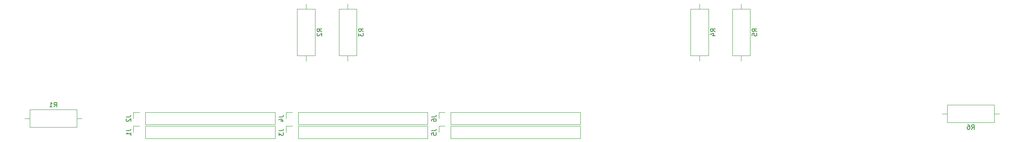
<source format=gbr>
%TF.GenerationSoftware,KiCad,Pcbnew,(5.1.5-131-g305ed0b65)-1*%
%TF.CreationDate,2020-07-18T18:45:46+08:00*%
%TF.ProjectId,IN-18,494e2d31-382e-46b6-9963-61645f706362,rev?*%
%TF.SameCoordinates,Original*%
%TF.FileFunction,Legend,Bot*%
%TF.FilePolarity,Positive*%
%FSLAX46Y46*%
G04 Gerber Fmt 4.6, Leading zero omitted, Abs format (unit mm)*
G04 Created by KiCad (PCBNEW (5.1.5-131-g305ed0b65)-1) date 2020-07-18 18:45:46*
%MOMM*%
%LPD*%
G01*
G04 APERTURE LIST*
%ADD10C,0.120000*%
%ADD11C,0.150000*%
G04 APERTURE END LIST*
D10*
%TO.C,J1*%
X27670000Y-76670000D02*
X27670000Y-78000000D01*
X29000000Y-76670000D02*
X27670000Y-76670000D01*
X30270000Y-76670000D02*
X30270000Y-79330000D01*
X30270000Y-79330000D02*
X58270000Y-79330000D01*
X30270000Y-76670000D02*
X58270000Y-76670000D01*
X58270000Y-76670000D02*
X58270000Y-79330000D01*
%TO.C,J2*%
X27670000Y-73670000D02*
X27670000Y-75000000D01*
X29000000Y-73670000D02*
X27670000Y-73670000D01*
X30270000Y-73670000D02*
X30270000Y-76330000D01*
X30270000Y-76330000D02*
X58270000Y-76330000D01*
X30270000Y-73670000D02*
X58270000Y-73670000D01*
X58270000Y-73670000D02*
X58270000Y-76330000D01*
%TO.C,J3*%
X60670000Y-76670000D02*
X60670000Y-78000000D01*
X62000000Y-76670000D02*
X60670000Y-76670000D01*
X63270000Y-76670000D02*
X63270000Y-79330000D01*
X63270000Y-79330000D02*
X91270000Y-79330000D01*
X63270000Y-76670000D02*
X91270000Y-76670000D01*
X91270000Y-76670000D02*
X91270000Y-79330000D01*
%TO.C,J4*%
X91270000Y-73670000D02*
X91270000Y-76330000D01*
X63270000Y-73670000D02*
X91270000Y-73670000D01*
X63270000Y-76330000D02*
X91270000Y-76330000D01*
X63270000Y-73670000D02*
X63270000Y-76330000D01*
X62000000Y-73670000D02*
X60670000Y-73670000D01*
X60670000Y-73670000D02*
X60670000Y-75000000D01*
%TO.C,J5*%
X124270000Y-76670000D02*
X124270000Y-79330000D01*
X96270000Y-76670000D02*
X124270000Y-76670000D01*
X96270000Y-79330000D02*
X124270000Y-79330000D01*
X96270000Y-76670000D02*
X96270000Y-79330000D01*
X95000000Y-76670000D02*
X93670000Y-76670000D01*
X93670000Y-76670000D02*
X93670000Y-78000000D01*
%TO.C,J6*%
X124270000Y-73670000D02*
X124270000Y-76330000D01*
X96270000Y-73670000D02*
X124270000Y-73670000D01*
X96270000Y-76330000D02*
X124270000Y-76330000D01*
X96270000Y-73670000D02*
X96270000Y-76330000D01*
X95000000Y-73670000D02*
X93670000Y-73670000D01*
X93670000Y-73670000D02*
X93670000Y-75000000D01*
%TO.C,R1*%
X15450000Y-73080000D02*
X15450000Y-76920000D01*
X15450000Y-76920000D02*
X5310000Y-76920000D01*
X5310000Y-76920000D02*
X5310000Y-73080000D01*
X5310000Y-73080000D02*
X15450000Y-73080000D01*
X16560000Y-75000000D02*
X15450000Y-75000000D01*
X4200000Y-75000000D02*
X5310000Y-75000000D01*
%TO.C,R2*%
X66920000Y-61450000D02*
X63080000Y-61450000D01*
X63080000Y-61450000D02*
X63080000Y-51310000D01*
X63080000Y-51310000D02*
X66920000Y-51310000D01*
X66920000Y-51310000D02*
X66920000Y-61450000D01*
X65000000Y-62560000D02*
X65000000Y-61450000D01*
X65000000Y-50200000D02*
X65000000Y-51310000D01*
%TO.C,R3*%
X75920000Y-61450000D02*
X72080000Y-61450000D01*
X72080000Y-61450000D02*
X72080000Y-51310000D01*
X72080000Y-51310000D02*
X75920000Y-51310000D01*
X75920000Y-51310000D02*
X75920000Y-61450000D01*
X74000000Y-62560000D02*
X74000000Y-61450000D01*
X74000000Y-50200000D02*
X74000000Y-51310000D01*
%TO.C,R4*%
X150000000Y-50200000D02*
X150000000Y-51310000D01*
X150000000Y-62560000D02*
X150000000Y-61450000D01*
X151920000Y-51310000D02*
X151920000Y-61450000D01*
X148080000Y-51310000D02*
X151920000Y-51310000D01*
X148080000Y-61450000D02*
X148080000Y-51310000D01*
X151920000Y-61450000D02*
X148080000Y-61450000D01*
%TO.C,R5*%
X159000000Y-50200000D02*
X159000000Y-51310000D01*
X159000000Y-62560000D02*
X159000000Y-61450000D01*
X160920000Y-51310000D02*
X160920000Y-61450000D01*
X157080000Y-51310000D02*
X160920000Y-51310000D01*
X157080000Y-61450000D02*
X157080000Y-51310000D01*
X160920000Y-61450000D02*
X157080000Y-61450000D01*
%TO.C,R6*%
X214800000Y-74000000D02*
X213690000Y-74000000D01*
X202440000Y-74000000D02*
X203550000Y-74000000D01*
X213690000Y-75920000D02*
X203550000Y-75920000D01*
X213690000Y-72080000D02*
X213690000Y-75920000D01*
X203550000Y-72080000D02*
X213690000Y-72080000D01*
X203550000Y-75920000D02*
X203550000Y-72080000D01*
%TO.C,J1*%
D11*
X26122380Y-77666666D02*
X26836666Y-77666666D01*
X26979523Y-77619047D01*
X27074761Y-77523809D01*
X27122380Y-77380952D01*
X27122380Y-77285714D01*
X27122380Y-78666666D02*
X27122380Y-78095238D01*
X27122380Y-78380952D02*
X26122380Y-78380952D01*
X26265238Y-78285714D01*
X26360476Y-78190476D01*
X26408095Y-78095238D01*
%TO.C,J2*%
X26122380Y-74666666D02*
X26836666Y-74666666D01*
X26979523Y-74619047D01*
X27074761Y-74523809D01*
X27122380Y-74380952D01*
X27122380Y-74285714D01*
X26217619Y-75095238D02*
X26170000Y-75142857D01*
X26122380Y-75238095D01*
X26122380Y-75476190D01*
X26170000Y-75571428D01*
X26217619Y-75619047D01*
X26312857Y-75666666D01*
X26408095Y-75666666D01*
X26550952Y-75619047D01*
X27122380Y-75047619D01*
X27122380Y-75666666D01*
%TO.C,J3*%
X59122380Y-77666666D02*
X59836666Y-77666666D01*
X59979523Y-77619047D01*
X60074761Y-77523809D01*
X60122380Y-77380952D01*
X60122380Y-77285714D01*
X59122380Y-78047619D02*
X59122380Y-78666666D01*
X59503333Y-78333333D01*
X59503333Y-78476190D01*
X59550952Y-78571428D01*
X59598571Y-78619047D01*
X59693809Y-78666666D01*
X59931904Y-78666666D01*
X60027142Y-78619047D01*
X60074761Y-78571428D01*
X60122380Y-78476190D01*
X60122380Y-78190476D01*
X60074761Y-78095238D01*
X60027142Y-78047619D01*
%TO.C,J4*%
X59122380Y-74666666D02*
X59836666Y-74666666D01*
X59979523Y-74619047D01*
X60074761Y-74523809D01*
X60122380Y-74380952D01*
X60122380Y-74285714D01*
X59455714Y-75571428D02*
X60122380Y-75571428D01*
X59074761Y-75333333D02*
X59789047Y-75095238D01*
X59789047Y-75714285D01*
%TO.C,J5*%
X92122380Y-77666666D02*
X92836666Y-77666666D01*
X92979523Y-77619047D01*
X93074761Y-77523809D01*
X93122380Y-77380952D01*
X93122380Y-77285714D01*
X92122380Y-78619047D02*
X92122380Y-78142857D01*
X92598571Y-78095238D01*
X92550952Y-78142857D01*
X92503333Y-78238095D01*
X92503333Y-78476190D01*
X92550952Y-78571428D01*
X92598571Y-78619047D01*
X92693809Y-78666666D01*
X92931904Y-78666666D01*
X93027142Y-78619047D01*
X93074761Y-78571428D01*
X93122380Y-78476190D01*
X93122380Y-78238095D01*
X93074761Y-78142857D01*
X93027142Y-78095238D01*
%TO.C,J6*%
X92122380Y-74666666D02*
X92836666Y-74666666D01*
X92979523Y-74619047D01*
X93074761Y-74523809D01*
X93122380Y-74380952D01*
X93122380Y-74285714D01*
X92122380Y-75571428D02*
X92122380Y-75380952D01*
X92170000Y-75285714D01*
X92217619Y-75238095D01*
X92360476Y-75142857D01*
X92550952Y-75095238D01*
X92931904Y-75095238D01*
X93027142Y-75142857D01*
X93074761Y-75190476D01*
X93122380Y-75285714D01*
X93122380Y-75476190D01*
X93074761Y-75571428D01*
X93027142Y-75619047D01*
X92931904Y-75666666D01*
X92693809Y-75666666D01*
X92598571Y-75619047D01*
X92550952Y-75571428D01*
X92503333Y-75476190D01*
X92503333Y-75285714D01*
X92550952Y-75190476D01*
X92598571Y-75142857D01*
X92693809Y-75095238D01*
%TO.C,R1*%
X10546666Y-72532380D02*
X10880000Y-72056190D01*
X11118095Y-72532380D02*
X11118095Y-71532380D01*
X10737142Y-71532380D01*
X10641904Y-71580000D01*
X10594285Y-71627619D01*
X10546666Y-71722857D01*
X10546666Y-71865714D01*
X10594285Y-71960952D01*
X10641904Y-72008571D01*
X10737142Y-72056190D01*
X11118095Y-72056190D01*
X9594285Y-72532380D02*
X10165714Y-72532380D01*
X9880000Y-72532380D02*
X9880000Y-71532380D01*
X9975238Y-71675238D01*
X10070476Y-71770476D01*
X10165714Y-71818095D01*
%TO.C,R2*%
X68372380Y-56213333D02*
X67896190Y-55880000D01*
X68372380Y-55641904D02*
X67372380Y-55641904D01*
X67372380Y-56022857D01*
X67420000Y-56118095D01*
X67467619Y-56165714D01*
X67562857Y-56213333D01*
X67705714Y-56213333D01*
X67800952Y-56165714D01*
X67848571Y-56118095D01*
X67896190Y-56022857D01*
X67896190Y-55641904D01*
X67467619Y-56594285D02*
X67420000Y-56641904D01*
X67372380Y-56737142D01*
X67372380Y-56975238D01*
X67420000Y-57070476D01*
X67467619Y-57118095D01*
X67562857Y-57165714D01*
X67658095Y-57165714D01*
X67800952Y-57118095D01*
X68372380Y-56546666D01*
X68372380Y-57165714D01*
%TO.C,R3*%
X77372380Y-56213333D02*
X76896190Y-55880000D01*
X77372380Y-55641904D02*
X76372380Y-55641904D01*
X76372380Y-56022857D01*
X76420000Y-56118095D01*
X76467619Y-56165714D01*
X76562857Y-56213333D01*
X76705714Y-56213333D01*
X76800952Y-56165714D01*
X76848571Y-56118095D01*
X76896190Y-56022857D01*
X76896190Y-55641904D01*
X76372380Y-56546666D02*
X76372380Y-57165714D01*
X76753333Y-56832380D01*
X76753333Y-56975238D01*
X76800952Y-57070476D01*
X76848571Y-57118095D01*
X76943809Y-57165714D01*
X77181904Y-57165714D01*
X77277142Y-57118095D01*
X77324761Y-57070476D01*
X77372380Y-56975238D01*
X77372380Y-56689523D01*
X77324761Y-56594285D01*
X77277142Y-56546666D01*
%TO.C,R4*%
X153372380Y-56213333D02*
X152896190Y-55880000D01*
X153372380Y-55641904D02*
X152372380Y-55641904D01*
X152372380Y-56022857D01*
X152420000Y-56118095D01*
X152467619Y-56165714D01*
X152562857Y-56213333D01*
X152705714Y-56213333D01*
X152800952Y-56165714D01*
X152848571Y-56118095D01*
X152896190Y-56022857D01*
X152896190Y-55641904D01*
X152705714Y-57070476D02*
X153372380Y-57070476D01*
X152324761Y-56832380D02*
X153039047Y-56594285D01*
X153039047Y-57213333D01*
%TO.C,R5*%
X162372380Y-56213333D02*
X161896190Y-55880000D01*
X162372380Y-55641904D02*
X161372380Y-55641904D01*
X161372380Y-56022857D01*
X161420000Y-56118095D01*
X161467619Y-56165714D01*
X161562857Y-56213333D01*
X161705714Y-56213333D01*
X161800952Y-56165714D01*
X161848571Y-56118095D01*
X161896190Y-56022857D01*
X161896190Y-55641904D01*
X161372380Y-57118095D02*
X161372380Y-56641904D01*
X161848571Y-56594285D01*
X161800952Y-56641904D01*
X161753333Y-56737142D01*
X161753333Y-56975238D01*
X161800952Y-57070476D01*
X161848571Y-57118095D01*
X161943809Y-57165714D01*
X162181904Y-57165714D01*
X162277142Y-57118095D01*
X162324761Y-57070476D01*
X162372380Y-56975238D01*
X162372380Y-56737142D01*
X162324761Y-56641904D01*
X162277142Y-56594285D01*
%TO.C,R6*%
X208786666Y-77372380D02*
X209120000Y-76896190D01*
X209358095Y-77372380D02*
X209358095Y-76372380D01*
X208977142Y-76372380D01*
X208881904Y-76420000D01*
X208834285Y-76467619D01*
X208786666Y-76562857D01*
X208786666Y-76705714D01*
X208834285Y-76800952D01*
X208881904Y-76848571D01*
X208977142Y-76896190D01*
X209358095Y-76896190D01*
X207929523Y-76372380D02*
X208120000Y-76372380D01*
X208215238Y-76420000D01*
X208262857Y-76467619D01*
X208358095Y-76610476D01*
X208405714Y-76800952D01*
X208405714Y-77181904D01*
X208358095Y-77277142D01*
X208310476Y-77324761D01*
X208215238Y-77372380D01*
X208024761Y-77372380D01*
X207929523Y-77324761D01*
X207881904Y-77277142D01*
X207834285Y-77181904D01*
X207834285Y-76943809D01*
X207881904Y-76848571D01*
X207929523Y-76800952D01*
X208024761Y-76753333D01*
X208215238Y-76753333D01*
X208310476Y-76800952D01*
X208358095Y-76848571D01*
X208405714Y-76943809D01*
%TD*%
M02*

</source>
